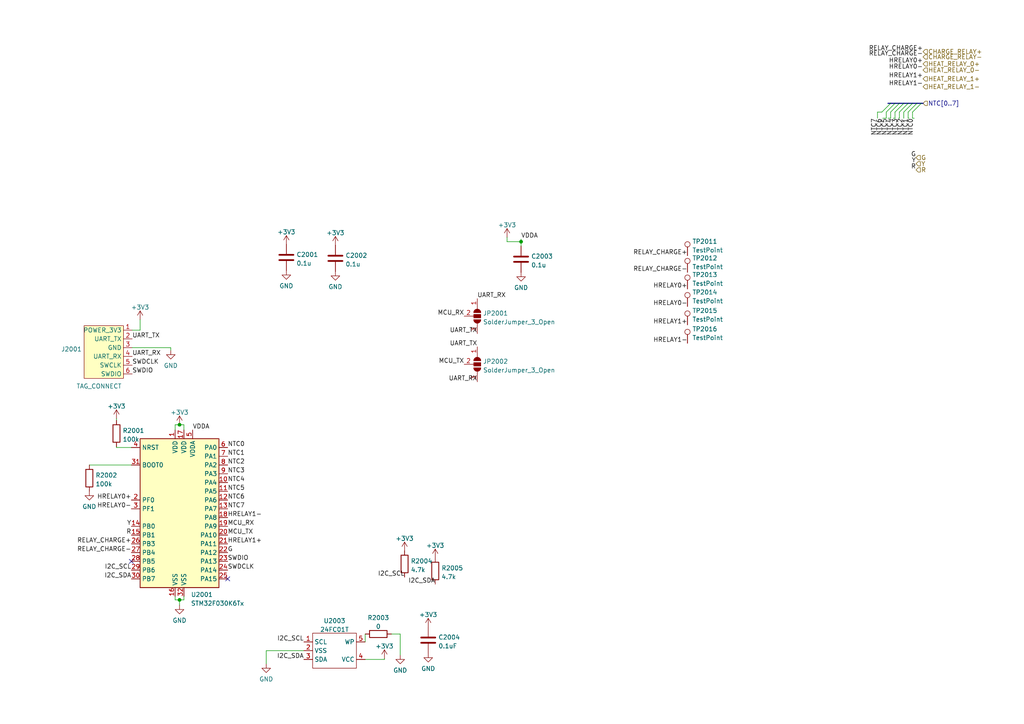
<source format=kicad_sch>
(kicad_sch (version 20211123) (generator eeschema)

  (uuid 37e0e348-40a6-4809-8f63-b68a4fa628af)

  (paper "A4")

  (lib_symbols
    (symbol "ACTempDisconnect:24FC01T" (in_bom yes) (on_board yes)
      (property "Reference" "U" (id 0) (at 0 7.62 0)
        (effects (font (size 1.27 1.27)))
      )
      (property "Value" "24FC01T" (id 1) (at 0 -5.08 0)
        (effects (font (size 1.27 1.27)))
      )
      (property "Footprint" "" (id 2) (at 0 7.62 0)
        (effects (font (size 1.27 1.27)) hide)
      )
      (property "Datasheet" "" (id 3) (at 0 7.62 0)
        (effects (font (size 1.27 1.27)) hide)
      )
      (symbol "24FC01T_0_1"
        (rectangle (start -6.35 6.35) (end 6.35 -3.81)
          (stroke (width 0) (type default) (color 0 0 0 0))
          (fill (type none))
        )
      )
      (symbol "24FC01T_1_1"
        (pin input line (at -8.89 3.81 0) (length 2.54)
          (name "SCL" (effects (font (size 1.27 1.27))))
          (number "1" (effects (font (size 1.27 1.27))))
        )
        (pin input line (at -8.89 1.27 0) (length 2.54)
          (name "VSS" (effects (font (size 1.27 1.27))))
          (number "2" (effects (font (size 1.27 1.27))))
        )
        (pin input line (at -8.89 -1.27 0) (length 2.54)
          (name "SDA" (effects (font (size 1.27 1.27))))
          (number "3" (effects (font (size 1.27 1.27))))
        )
        (pin input line (at 8.89 -1.27 180) (length 2.54)
          (name "VCC" (effects (font (size 1.27 1.27))))
          (number "4" (effects (font (size 1.27 1.27))))
        )
        (pin input line (at 8.89 3.81 180) (length 2.54)
          (name "WP" (effects (font (size 1.27 1.27))))
          (number "5" (effects (font (size 1.27 1.27))))
        )
      )
    )
    (symbol "ACTempDisconnect:TAG_CONNECT" (in_bom no) (on_board yes)
      (property "Reference" "J" (id 0) (at -7.62 10.16 0)
        (effects (font (size 1.27 1.27)))
      )
      (property "Value" "TAG_CONNECT" (id 1) (at 2.54 10.16 0)
        (effects (font (size 1.27 1.27)))
      )
      (property "Footprint" "" (id 2) (at 0 0 0)
        (effects (font (size 1.27 1.27)) hide)
      )
      (property "Datasheet" "" (id 3) (at 0 0 0)
        (effects (font (size 1.27 1.27)) hide)
      )
      (symbol "TAG_CONNECT_0_1"
        (rectangle (start 0 7.62) (end -11.43 -7.62)
          (stroke (width 0) (type default) (color 0 0 0 0))
          (fill (type background))
        )
      )
      (symbol "TAG_CONNECT_1_1"
        (pin power_out line (at 2.54 -6.35 180) (length 2.54)
          (name "POWER_3V3" (effects (font (size 1.27 1.27))))
          (number "1" (effects (font (size 1.27 1.27))))
        )
        (pin output line (at 2.54 -3.81 180) (length 2.54)
          (name "UART_TX" (effects (font (size 1.27 1.27))))
          (number "2" (effects (font (size 1.27 1.27))))
        )
        (pin power_out line (at 2.54 -1.27 180) (length 2.54)
          (name "GND" (effects (font (size 1.27 1.27))))
          (number "3" (effects (font (size 1.27 1.27))))
        )
        (pin output line (at 2.54 1.27 180) (length 2.54)
          (name "UART_RX" (effects (font (size 1.27 1.27))))
          (number "4" (effects (font (size 1.27 1.27))))
        )
        (pin output line (at 2.54 3.81 180) (length 2.54)
          (name "SWCLK" (effects (font (size 1.27 1.27))))
          (number "5" (effects (font (size 1.27 1.27))))
        )
        (pin output line (at 2.54 6.35 180) (length 2.54)
          (name "SWDIO" (effects (font (size 1.27 1.27))))
          (number "6" (effects (font (size 1.27 1.27))))
        )
      )
    )
    (symbol "Connector:TestPoint" (pin_numbers hide) (pin_names (offset 0.762) hide) (in_bom yes) (on_board yes)
      (property "Reference" "TP" (id 0) (at 0 6.858 0)
        (effects (font (size 1.27 1.27)))
      )
      (property "Value" "TestPoint" (id 1) (at 0 5.08 0)
        (effects (font (size 1.27 1.27)))
      )
      (property "Footprint" "" (id 2) (at 5.08 0 0)
        (effects (font (size 1.27 1.27)) hide)
      )
      (property "Datasheet" "~" (id 3) (at 5.08 0 0)
        (effects (font (size 1.27 1.27)) hide)
      )
      (property "ki_keywords" "test point tp" (id 4) (at 0 0 0)
        (effects (font (size 1.27 1.27)) hide)
      )
      (property "ki_description" "test point" (id 5) (at 0 0 0)
        (effects (font (size 1.27 1.27)) hide)
      )
      (property "ki_fp_filters" "Pin* Test*" (id 6) (at 0 0 0)
        (effects (font (size 1.27 1.27)) hide)
      )
      (symbol "TestPoint_0_1"
        (circle (center 0 3.302) (radius 0.762)
          (stroke (width 0) (type default) (color 0 0 0 0))
          (fill (type none))
        )
      )
      (symbol "TestPoint_1_1"
        (pin passive line (at 0 0 90) (length 2.54)
          (name "1" (effects (font (size 1.27 1.27))))
          (number "1" (effects (font (size 1.27 1.27))))
        )
      )
    )
    (symbol "Device:C" (pin_numbers hide) (pin_names (offset 0.254)) (in_bom yes) (on_board yes)
      (property "Reference" "C" (id 0) (at 0.635 2.54 0)
        (effects (font (size 1.27 1.27)) (justify left))
      )
      (property "Value" "C" (id 1) (at 0.635 -2.54 0)
        (effects (font (size 1.27 1.27)) (justify left))
      )
      (property "Footprint" "" (id 2) (at 0.9652 -3.81 0)
        (effects (font (size 1.27 1.27)) hide)
      )
      (property "Datasheet" "~" (id 3) (at 0 0 0)
        (effects (font (size 1.27 1.27)) hide)
      )
      (property "ki_keywords" "cap capacitor" (id 4) (at 0 0 0)
        (effects (font (size 1.27 1.27)) hide)
      )
      (property "ki_description" "Unpolarized capacitor" (id 5) (at 0 0 0)
        (effects (font (size 1.27 1.27)) hide)
      )
      (property "ki_fp_filters" "C_*" (id 6) (at 0 0 0)
        (effects (font (size 1.27 1.27)) hide)
      )
      (symbol "C_0_1"
        (polyline
          (pts
            (xy -2.032 -0.762)
            (xy 2.032 -0.762)
          )
          (stroke (width 0.508) (type default) (color 0 0 0 0))
          (fill (type none))
        )
        (polyline
          (pts
            (xy -2.032 0.762)
            (xy 2.032 0.762)
          )
          (stroke (width 0.508) (type default) (color 0 0 0 0))
          (fill (type none))
        )
      )
      (symbol "C_1_1"
        (pin passive line (at 0 3.81 270) (length 2.794)
          (name "~" (effects (font (size 1.27 1.27))))
          (number "1" (effects (font (size 1.27 1.27))))
        )
        (pin passive line (at 0 -3.81 90) (length 2.794)
          (name "~" (effects (font (size 1.27 1.27))))
          (number "2" (effects (font (size 1.27 1.27))))
        )
      )
    )
    (symbol "Device:R" (pin_numbers hide) (pin_names (offset 0)) (in_bom yes) (on_board yes)
      (property "Reference" "R" (id 0) (at 2.032 0 90)
        (effects (font (size 1.27 1.27)))
      )
      (property "Value" "R" (id 1) (at 0 0 90)
        (effects (font (size 1.27 1.27)))
      )
      (property "Footprint" "" (id 2) (at -1.778 0 90)
        (effects (font (size 1.27 1.27)) hide)
      )
      (property "Datasheet" "~" (id 3) (at 0 0 0)
        (effects (font (size 1.27 1.27)) hide)
      )
      (property "ki_keywords" "R res resistor" (id 4) (at 0 0 0)
        (effects (font (size 1.27 1.27)) hide)
      )
      (property "ki_description" "Resistor" (id 5) (at 0 0 0)
        (effects (font (size 1.27 1.27)) hide)
      )
      (property "ki_fp_filters" "R_*" (id 6) (at 0 0 0)
        (effects (font (size 1.27 1.27)) hide)
      )
      (symbol "R_0_1"
        (rectangle (start -1.016 -2.54) (end 1.016 2.54)
          (stroke (width 0.254) (type default) (color 0 0 0 0))
          (fill (type none))
        )
      )
      (symbol "R_1_1"
        (pin passive line (at 0 3.81 270) (length 1.27)
          (name "~" (effects (font (size 1.27 1.27))))
          (number "1" (effects (font (size 1.27 1.27))))
        )
        (pin passive line (at 0 -3.81 90) (length 1.27)
          (name "~" (effects (font (size 1.27 1.27))))
          (number "2" (effects (font (size 1.27 1.27))))
        )
      )
    )
    (symbol "Jumper:SolderJumper_3_Open" (pin_names (offset 0) hide) (in_bom yes) (on_board yes)
      (property "Reference" "JP" (id 0) (at -2.54 -2.54 0)
        (effects (font (size 1.27 1.27)))
      )
      (property "Value" "SolderJumper_3_Open" (id 1) (at 0 2.794 0)
        (effects (font (size 1.27 1.27)))
      )
      (property "Footprint" "" (id 2) (at 0 0 0)
        (effects (font (size 1.27 1.27)) hide)
      )
      (property "Datasheet" "~" (id 3) (at 0 0 0)
        (effects (font (size 1.27 1.27)) hide)
      )
      (property "ki_keywords" "Solder Jumper SPDT" (id 4) (at 0 0 0)
        (effects (font (size 1.27 1.27)) hide)
      )
      (property "ki_description" "Solder Jumper, 3-pole, open" (id 5) (at 0 0 0)
        (effects (font (size 1.27 1.27)) hide)
      )
      (property "ki_fp_filters" "SolderJumper*Open*" (id 6) (at 0 0 0)
        (effects (font (size 1.27 1.27)) hide)
      )
      (symbol "SolderJumper_3_Open_0_1"
        (arc (start -1.016 1.016) (mid -2.032 0) (end -1.016 -1.016)
          (stroke (width 0) (type default) (color 0 0 0 0))
          (fill (type none))
        )
        (arc (start -1.016 1.016) (mid -2.032 0) (end -1.016 -1.016)
          (stroke (width 0) (type default) (color 0 0 0 0))
          (fill (type outline))
        )
        (rectangle (start -0.508 1.016) (end 0.508 -1.016)
          (stroke (width 0) (type default) (color 0 0 0 0))
          (fill (type outline))
        )
        (polyline
          (pts
            (xy -2.54 0)
            (xy -2.032 0)
          )
          (stroke (width 0) (type default) (color 0 0 0 0))
          (fill (type none))
        )
        (polyline
          (pts
            (xy -1.016 1.016)
            (xy -1.016 -1.016)
          )
          (stroke (width 0) (type default) (color 0 0 0 0))
          (fill (type none))
        )
        (polyline
          (pts
            (xy 0 -1.27)
            (xy 0 -1.016)
          )
          (stroke (width 0) (type default) (color 0 0 0 0))
          (fill (type none))
        )
        (polyline
          (pts
            (xy 1.016 1.016)
            (xy 1.016 -1.016)
          )
          (stroke (width 0) (type default) (color 0 0 0 0))
          (fill (type none))
        )
        (polyline
          (pts
            (xy 2.54 0)
            (xy 2.032 0)
          )
          (stroke (width 0) (type default) (color 0 0 0 0))
          (fill (type none))
        )
        (arc (start 1.016 -1.016) (mid 2.032 0) (end 1.016 1.016)
          (stroke (width 0) (type default) (color 0 0 0 0))
          (fill (type none))
        )
        (arc (start 1.016 -1.016) (mid 2.032 0) (end 1.016 1.016)
          (stroke (width 0) (type default) (color 0 0 0 0))
          (fill (type outline))
        )
      )
      (symbol "SolderJumper_3_Open_1_1"
        (pin passive line (at -5.08 0 0) (length 2.54)
          (name "A" (effects (font (size 1.27 1.27))))
          (number "1" (effects (font (size 1.27 1.27))))
        )
        (pin passive line (at 0 -3.81 90) (length 2.54)
          (name "C" (effects (font (size 1.27 1.27))))
          (number "2" (effects (font (size 1.27 1.27))))
        )
        (pin passive line (at 5.08 0 180) (length 2.54)
          (name "B" (effects (font (size 1.27 1.27))))
          (number "3" (effects (font (size 1.27 1.27))))
        )
      )
    )
    (symbol "MCU_ST_STM32F0:STM32F030K6Tx" (in_bom yes) (on_board yes)
      (property "Reference" "U" (id 0) (at -12.7 21.59 0)
        (effects (font (size 1.27 1.27)) (justify left))
      )
      (property "Value" "STM32F030K6Tx" (id 1) (at 5.08 21.59 0)
        (effects (font (size 1.27 1.27)) (justify left))
      )
      (property "Footprint" "Package_QFP:LQFP-32_7x7mm_P0.8mm" (id 2) (at -12.7 -22.86 0)
        (effects (font (size 1.27 1.27)) (justify right) hide)
      )
      (property "Datasheet" "http://www.st.com/st-web-ui/static/active/en/resource/technical/document/datasheet/DM00088500.pdf" (id 3) (at 0 0 0)
        (effects (font (size 1.27 1.27)) hide)
      )
      (property "ki_keywords" "ARM Cortex-M0 STM32F0 STM32F0x0 Value Line" (id 4) (at 0 0 0)
        (effects (font (size 1.27 1.27)) hide)
      )
      (property "ki_description" "ARM Cortex-M0 MCU, 32KB flash, 4KB RAM, 48MHz, 2.4-3.6V, 25 GPIO, LQFP-32" (id 5) (at 0 0 0)
        (effects (font (size 1.27 1.27)) hide)
      )
      (property "ki_fp_filters" "LQFP*7x7mm*P0.8mm*" (id 6) (at 0 0 0)
        (effects (font (size 1.27 1.27)) hide)
      )
      (symbol "STM32F030K6Tx_0_1"
        (rectangle (start -12.7 -22.86) (end 10.16 20.32)
          (stroke (width 0.254) (type default) (color 0 0 0 0))
          (fill (type background))
        )
      )
      (symbol "STM32F030K6Tx_1_1"
        (pin power_in line (at -2.54 22.86 270) (length 2.54)
          (name "VDD" (effects (font (size 1.27 1.27))))
          (number "1" (effects (font (size 1.27 1.27))))
        )
        (pin bidirectional line (at 12.7 7.62 180) (length 2.54)
          (name "PA4" (effects (font (size 1.27 1.27))))
          (number "10" (effects (font (size 1.27 1.27))))
        )
        (pin bidirectional line (at 12.7 5.08 180) (length 2.54)
          (name "PA5" (effects (font (size 1.27 1.27))))
          (number "11" (effects (font (size 1.27 1.27))))
        )
        (pin bidirectional line (at 12.7 2.54 180) (length 2.54)
          (name "PA6" (effects (font (size 1.27 1.27))))
          (number "12" (effects (font (size 1.27 1.27))))
        )
        (pin bidirectional line (at 12.7 0 180) (length 2.54)
          (name "PA7" (effects (font (size 1.27 1.27))))
          (number "13" (effects (font (size 1.27 1.27))))
        )
        (pin bidirectional line (at -15.24 -5.08 0) (length 2.54)
          (name "PB0" (effects (font (size 1.27 1.27))))
          (number "14" (effects (font (size 1.27 1.27))))
        )
        (pin bidirectional line (at -15.24 -7.62 0) (length 2.54)
          (name "PB1" (effects (font (size 1.27 1.27))))
          (number "15" (effects (font (size 1.27 1.27))))
        )
        (pin power_in line (at -2.54 -25.4 90) (length 2.54)
          (name "VSS" (effects (font (size 1.27 1.27))))
          (number "16" (effects (font (size 1.27 1.27))))
        )
        (pin power_in line (at 0 22.86 270) (length 2.54)
          (name "VDD" (effects (font (size 1.27 1.27))))
          (number "17" (effects (font (size 1.27 1.27))))
        )
        (pin bidirectional line (at 12.7 -2.54 180) (length 2.54)
          (name "PA8" (effects (font (size 1.27 1.27))))
          (number "18" (effects (font (size 1.27 1.27))))
        )
        (pin bidirectional line (at 12.7 -5.08 180) (length 2.54)
          (name "PA9" (effects (font (size 1.27 1.27))))
          (number "19" (effects (font (size 1.27 1.27))))
        )
        (pin input line (at -15.24 2.54 0) (length 2.54)
          (name "PF0" (effects (font (size 1.27 1.27))))
          (number "2" (effects (font (size 1.27 1.27))))
        )
        (pin bidirectional line (at 12.7 -7.62 180) (length 2.54)
          (name "PA10" (effects (font (size 1.27 1.27))))
          (number "20" (effects (font (size 1.27 1.27))))
        )
        (pin bidirectional line (at 12.7 -10.16 180) (length 2.54)
          (name "PA11" (effects (font (size 1.27 1.27))))
          (number "21" (effects (font (size 1.27 1.27))))
        )
        (pin bidirectional line (at 12.7 -12.7 180) (length 2.54)
          (name "PA12" (effects (font (size 1.27 1.27))))
          (number "22" (effects (font (size 1.27 1.27))))
        )
        (pin bidirectional line (at 12.7 -15.24 180) (length 2.54)
          (name "PA13" (effects (font (size 1.27 1.27))))
          (number "23" (effects (font (size 1.27 1.27))))
        )
        (pin bidirectional line (at 12.7 -17.78 180) (length 2.54)
          (name "PA14" (effects (font (size 1.27 1.27))))
          (number "24" (effects (font (size 1.27 1.27))))
        )
        (pin bidirectional line (at 12.7 -20.32 180) (length 2.54)
          (name "PA15" (effects (font (size 1.27 1.27))))
          (number "25" (effects (font (size 1.27 1.27))))
        )
        (pin bidirectional line (at -15.24 -10.16 0) (length 2.54)
          (name "PB3" (effects (font (size 1.27 1.27))))
          (number "26" (effects (font (size 1.27 1.27))))
        )
        (pin bidirectional line (at -15.24 -12.7 0) (length 2.54)
          (name "PB4" (effects (font (size 1.27 1.27))))
          (number "27" (effects (font (size 1.27 1.27))))
        )
        (pin bidirectional line (at -15.24 -15.24 0) (length 2.54)
          (name "PB5" (effects (font (size 1.27 1.27))))
          (number "28" (effects (font (size 1.27 1.27))))
        )
        (pin bidirectional line (at -15.24 -17.78 0) (length 2.54)
          (name "PB6" (effects (font (size 1.27 1.27))))
          (number "29" (effects (font (size 1.27 1.27))))
        )
        (pin input line (at -15.24 0 0) (length 2.54)
          (name "PF1" (effects (font (size 1.27 1.27))))
          (number "3" (effects (font (size 1.27 1.27))))
        )
        (pin bidirectional line (at -15.24 -20.32 0) (length 2.54)
          (name "PB7" (effects (font (size 1.27 1.27))))
          (number "30" (effects (font (size 1.27 1.27))))
        )
        (pin input line (at -15.24 12.7 0) (length 2.54)
          (name "BOOT0" (effects (font (size 1.27 1.27))))
          (number "31" (effects (font (size 1.27 1.27))))
        )
        (pin power_in line (at 0 -25.4 90) (length 2.54)
          (name "VSS" (effects (font (size 1.27 1.27))))
          (number "32" (effects (font (size 1.27 1.27))))
        )
        (pin input line (at -15.24 17.78 0) (length 2.54)
          (name "NRST" (effects (font (size 1.27 1.27))))
          (number "4" (effects (font (size 1.27 1.27))))
        )
        (pin power_in line (at 2.54 22.86 270) (length 2.54)
          (name "VDDA" (effects (font (size 1.27 1.27))))
          (number "5" (effects (font (size 1.27 1.27))))
        )
        (pin bidirectional line (at 12.7 17.78 180) (length 2.54)
          (name "PA0" (effects (font (size 1.27 1.27))))
          (number "6" (effects (font (size 1.27 1.27))))
        )
        (pin bidirectional line (at 12.7 15.24 180) (length 2.54)
          (name "PA1" (effects (font (size 1.27 1.27))))
          (number "7" (effects (font (size 1.27 1.27))))
        )
        (pin bidirectional line (at 12.7 12.7 180) (length 2.54)
          (name "PA2" (effects (font (size 1.27 1.27))))
          (number "8" (effects (font (size 1.27 1.27))))
        )
        (pin bidirectional line (at 12.7 10.16 180) (length 2.54)
          (name "PA3" (effects (font (size 1.27 1.27))))
          (number "9" (effects (font (size 1.27 1.27))))
        )
      )
    )
    (symbol "power:+3V3" (power) (pin_names (offset 0)) (in_bom yes) (on_board yes)
      (property "Reference" "#PWR" (id 0) (at 0 -3.81 0)
        (effects (font (size 1.27 1.27)) hide)
      )
      (property "Value" "+3V3" (id 1) (at 0 3.556 0)
        (effects (font (size 1.27 1.27)))
      )
      (property "Footprint" "" (id 2) (at 0 0 0)
        (effects (font (size 1.27 1.27)) hide)
      )
      (property "Datasheet" "" (id 3) (at 0 0 0)
        (effects (font (size 1.27 1.27)) hide)
      )
      (property "ki_keywords" "power-flag" (id 4) (at 0 0 0)
        (effects (font (size 1.27 1.27)) hide)
      )
      (property "ki_description" "Power symbol creates a global label with name \"+3V3\"" (id 5) (at 0 0 0)
        (effects (font (size 1.27 1.27)) hide)
      )
      (symbol "+3V3_0_1"
        (polyline
          (pts
            (xy -0.762 1.27)
            (xy 0 2.54)
          )
          (stroke (width 0) (type default) (color 0 0 0 0))
          (fill (type none))
        )
        (polyline
          (pts
            (xy 0 0)
            (xy 0 2.54)
          )
          (stroke (width 0) (type default) (color 0 0 0 0))
          (fill (type none))
        )
        (polyline
          (pts
            (xy 0 2.54)
            (xy 0.762 1.27)
          )
          (stroke (width 0) (type default) (color 0 0 0 0))
          (fill (type none))
        )
      )
      (symbol "+3V3_1_1"
        (pin power_in line (at 0 0 90) (length 0) hide
          (name "+3V3" (effects (font (size 1.27 1.27))))
          (number "1" (effects (font (size 1.27 1.27))))
        )
      )
    )
    (symbol "power:GND" (power) (pin_names (offset 0)) (in_bom yes) (on_board yes)
      (property "Reference" "#PWR" (id 0) (at 0 -6.35 0)
        (effects (font (size 1.27 1.27)) hide)
      )
      (property "Value" "GND" (id 1) (at 0 -3.81 0)
        (effects (font (size 1.27 1.27)))
      )
      (property "Footprint" "" (id 2) (at 0 0 0)
        (effects (font (size 1.27 1.27)) hide)
      )
      (property "Datasheet" "" (id 3) (at 0 0 0)
        (effects (font (size 1.27 1.27)) hide)
      )
      (property "ki_keywords" "power-flag" (id 4) (at 0 0 0)
        (effects (font (size 1.27 1.27)) hide)
      )
      (property "ki_description" "Power symbol creates a global label with name \"GND\" , ground" (id 5) (at 0 0 0)
        (effects (font (size 1.27 1.27)) hide)
      )
      (symbol "GND_0_1"
        (polyline
          (pts
            (xy 0 0)
            (xy 0 -1.27)
            (xy 1.27 -1.27)
            (xy 0 -2.54)
            (xy -1.27 -1.27)
            (xy 0 -1.27)
          )
          (stroke (width 0) (type default) (color 0 0 0 0))
          (fill (type none))
        )
      )
      (symbol "GND_1_1"
        (pin power_in line (at 0 0 270) (length 0) hide
          (name "GND" (effects (font (size 1.27 1.27))))
          (number "1" (effects (font (size 1.27 1.27))))
        )
      )
    )
  )

  (junction (at 151.13 70.104) (diameter 0) (color 0 0 0 0)
    (uuid 147535fc-532d-4c79-8f6d-319f9721a57b)
  )
  (junction (at 52.07 173.99) (diameter 0) (color 0 0 0 0)
    (uuid 8feffe57-857c-4c30-8a9c-7d24f786708f)
  )
  (junction (at 52.07 123.19) (diameter 0) (color 0 0 0 0)
    (uuid b06e28c9-2b28-45ec-89ba-e4723be0e6b0)
  )

  (no_connect (at 66.04 167.894) (uuid 5783549f-ced9-41a1-b41c-a8a47c60f25a))
  (no_connect (at 38.1 162.814) (uuid 5783549f-ced9-41a1-b41c-a8a47c60f25b))

  (bus_entry (at 260.858 29.972) (size -2.54 2.54)
    (stroke (width 0) (type default) (color 0 0 0 0))
    (uuid 438f8c5d-ca34-4594-abc4-8f81dfe3d4c8)
  )
  (bus_entry (at 259.588 29.972) (size -2.54 2.54)
    (stroke (width 0) (type default) (color 0 0 0 0))
    (uuid 438f8c5d-ca34-4594-abc4-8f81dfe3d4c9)
  )
  (bus_entry (at 258.318 29.972) (size -2.54 2.54)
    (stroke (width 0) (type default) (color 0 0 0 0))
    (uuid 438f8c5d-ca34-4594-abc4-8f81dfe3d4ca)
  )
  (bus_entry (at 264.668 29.972) (size -2.54 2.54)
    (stroke (width 0) (type default) (color 0 0 0 0))
    (uuid 438f8c5d-ca34-4594-abc4-8f81dfe3d4cb)
  )
  (bus_entry (at 265.938 29.972) (size -2.54 2.54)
    (stroke (width 0) (type default) (color 0 0 0 0))
    (uuid 438f8c5d-ca34-4594-abc4-8f81dfe3d4cc)
  )
  (bus_entry (at 262.128 29.972) (size -2.54 2.54)
    (stroke (width 0) (type default) (color 0 0 0 0))
    (uuid 438f8c5d-ca34-4594-abc4-8f81dfe3d4cd)
  )
  (bus_entry (at 263.398 29.972) (size -2.54 2.54)
    (stroke (width 0) (type default) (color 0 0 0 0))
    (uuid 438f8c5d-ca34-4594-abc4-8f81dfe3d4ce)
  )
  (bus_entry (at 267.208 29.972) (size -2.54 2.54)
    (stroke (width 0) (type default) (color 0 0 0 0))
    (uuid cbfcde6e-1079-4b38-ab5d-e9df10be278a)
  )

  (wire (pts (xy 151.13 70.104) (xy 151.13 71.374))
    (stroke (width 0) (type default) (color 0 0 0 0))
    (uuid 0856676a-c422-4b5f-960c-205ff5cc87f3)
  )
  (wire (pts (xy 88.138 188.722) (xy 77.216 188.722))
    (stroke (width 0) (type default) (color 0 0 0 0))
    (uuid 0b826326-a534-429f-ba26-5e4fb9a0e343)
  )
  (bus (pts (xy 267.208 29.972) (xy 267.716 29.972))
    (stroke (width 0) (type default) (color 0 0 0 0))
    (uuid 0da78edf-f5ed-478d-904a-ca69849dfb8c)
  )

  (wire (pts (xy 50.8 173.99) (xy 52.07 173.99))
    (stroke (width 0) (type default) (color 0 0 0 0))
    (uuid 11fbb3f4-49ba-4297-b6cf-c6a2e214652b)
  )
  (bus (pts (xy 263.398 29.972) (xy 264.668 29.972))
    (stroke (width 0) (type default) (color 0 0 0 0))
    (uuid 19af8614-6607-4585-a428-f685855b0ddf)
  )

  (wire (pts (xy 255.778 32.512) (xy 254.508 32.512))
    (stroke (width 0) (type default) (color 0 0 0 0))
    (uuid 1cfc1c60-0362-44a7-b20c-b21a84594418)
  )
  (wire (pts (xy 49.53 100.838) (xy 49.53 101.6))
    (stroke (width 0) (type default) (color 0 0 0 0))
    (uuid 202cac16-b2b6-4ad4-b64b-2997bea755bf)
  )
  (bus (pts (xy 260.858 29.972) (xy 262.128 29.972))
    (stroke (width 0) (type default) (color 0 0 0 0))
    (uuid 24eef003-f2f5-48ca-8792-2b2dae58eb76)
  )

  (wire (pts (xy 259.588 34.29) (xy 259.08 34.29))
    (stroke (width 0) (type default) (color 0 0 0 0))
    (uuid 25d442da-e720-4d63-a26e-c101bf9c840c)
  )
  (wire (pts (xy 113.538 183.896) (xy 116.078 183.896))
    (stroke (width 0) (type default) (color 0 0 0 0))
    (uuid 26244a29-ae27-4049-8924-871276b1ea43)
  )
  (wire (pts (xy 33.782 129.794) (xy 38.1 129.794))
    (stroke (width 0) (type default) (color 0 0 0 0))
    (uuid 2641dc12-851e-472d-895c-0067dd0d2248)
  )
  (wire (pts (xy 264.668 32.512) (xy 264.668 34.29))
    (stroke (width 0) (type default) (color 0 0 0 0))
    (uuid 26fcbad0-5a75-46ca-b14a-f520da0f69bb)
  )
  (bus (pts (xy 257.556 29.972) (xy 258.318 29.972))
    (stroke (width 0) (type default) (color 0 0 0 0))
    (uuid 2729aa25-18b5-42d5-8008-0530b046cef0)
  )

  (wire (pts (xy 260.858 34.29) (xy 260.604 34.29))
    (stroke (width 0) (type default) (color 0 0 0 0))
    (uuid 299f21b7-a26c-40a5-bdfe-f6f4c200b9a9)
  )
  (wire (pts (xy 40.64 95.758) (xy 40.64 92.71))
    (stroke (width 0) (type default) (color 0 0 0 0))
    (uuid 36b55498-1e23-4392-803a-a40ae7aa2f9c)
  )
  (wire (pts (xy 52.07 173.99) (xy 52.07 175.514))
    (stroke (width 0) (type default) (color 0 0 0 0))
    (uuid 37b75ac8-892e-49bb-9cee-f0c558df0304)
  )
  (wire (pts (xy 25.908 134.874) (xy 38.1 134.874))
    (stroke (width 0) (type default) (color 0 0 0 0))
    (uuid 38513175-5fc7-47fc-be37-4797d87ec997)
  )
  (wire (pts (xy 258.318 32.512) (xy 258.318 34.29))
    (stroke (width 0) (type default) (color 0 0 0 0))
    (uuid 399c5452-04e5-4fb1-8dee-1073630b7da7)
  )
  (wire (pts (xy 33.782 121.92) (xy 33.782 121.412))
    (stroke (width 0) (type default) (color 0 0 0 0))
    (uuid 3cdd1c3c-f225-4672-9847-6f23467d7c94)
  )
  (wire (pts (xy 260.858 32.512) (xy 260.858 34.29))
    (stroke (width 0) (type default) (color 0 0 0 0))
    (uuid 3e52006d-0eb9-4b30-b726-171061d2fc8e)
  )
  (wire (pts (xy 52.07 123.19) (xy 53.34 123.19))
    (stroke (width 0) (type default) (color 0 0 0 0))
    (uuid 4ed7cb69-5183-4532-836e-f066112c627f)
  )
  (wire (pts (xy 105.918 183.896) (xy 105.918 186.182))
    (stroke (width 0) (type default) (color 0 0 0 0))
    (uuid 55aa221b-5dba-478c-99f4-7901c8937e9f)
  )
  (wire (pts (xy 263.652 34.29) (xy 263.398 34.29))
    (stroke (width 0) (type default) (color 0 0 0 0))
    (uuid 5a9ee159-a26e-4fae-a379-a793e461a1e0)
  )
  (wire (pts (xy 116.078 183.896) (xy 116.078 189.992))
    (stroke (width 0) (type default) (color 0 0 0 0))
    (uuid 5eeb399c-b3c1-469e-abaf-27a5f30d9b37)
  )
  (wire (pts (xy 38.354 100.838) (xy 49.53 100.838))
    (stroke (width 0) (type default) (color 0 0 0 0))
    (uuid 6c829748-e8d5-41f2-aa59-9d9360fd69b2)
  )
  (wire (pts (xy 50.8 172.974) (xy 50.8 173.99))
    (stroke (width 0) (type default) (color 0 0 0 0))
    (uuid 6dff9041-2a92-45f3-9ac7-f8072be66935)
  )
  (wire (pts (xy 254.508 32.512) (xy 254.508 34.29))
    (stroke (width 0) (type default) (color 0 0 0 0))
    (uuid 6e3dbfb0-adbb-4469-ab4a-1e47b0c3ec90)
  )
  (wire (pts (xy 53.34 173.99) (xy 53.34 172.974))
    (stroke (width 0) (type default) (color 0 0 0 0))
    (uuid 72a431f8-d275-45c6-816f-ede2cb73595e)
  )
  (wire (pts (xy 151.13 69.342) (xy 151.13 70.104))
    (stroke (width 0) (type default) (color 0 0 0 0))
    (uuid 78f10ffe-47b5-4403-bc01-01fcc91e6e1c)
  )
  (wire (pts (xy 50.8 124.714) (xy 50.8 123.19))
    (stroke (width 0) (type default) (color 0 0 0 0))
    (uuid 792a4579-e014-4032-b0df-07e384f3f4c8)
  )
  (wire (pts (xy 258.318 34.29) (xy 257.556 34.29))
    (stroke (width 0) (type default) (color 0 0 0 0))
    (uuid 79c55bc8-e61e-40b3-a30a-0c3e0d864db5)
  )
  (wire (pts (xy 33.782 129.54) (xy 33.782 129.794))
    (stroke (width 0) (type default) (color 0 0 0 0))
    (uuid 7ceafe15-02bb-4e54-8c66-0d110cfa957d)
  )
  (wire (pts (xy 256.032 34.29) (xy 257.048 34.29))
    (stroke (width 0) (type default) (color 0 0 0 0))
    (uuid 7edda792-a71b-4b45-a549-3ab4bccad1f2)
  )
  (bus (pts (xy 259.588 29.972) (xy 260.858 29.972))
    (stroke (width 0) (type default) (color 0 0 0 0))
    (uuid 7ef8a583-eb09-41c6-8cbd-f0a28bd3eaa0)
  )

  (wire (pts (xy 105.918 191.262) (xy 111.506 191.262))
    (stroke (width 0) (type default) (color 0 0 0 0))
    (uuid 829bea51-9e73-4638-b980-7144cd153059)
  )
  (wire (pts (xy 38.354 95.758) (xy 40.64 95.758))
    (stroke (width 0) (type default) (color 0 0 0 0))
    (uuid 8dcc7a0d-518b-4f22-92a2-a4a36529a3f0)
  )
  (bus (pts (xy 262.128 29.972) (xy 263.398 29.972))
    (stroke (width 0) (type default) (color 0 0 0 0))
    (uuid 8ee30cc9-7655-45da-bfee-47fbcd4b5ee3)
  )

  (wire (pts (xy 257.048 32.512) (xy 257.048 34.29))
    (stroke (width 0) (type default) (color 0 0 0 0))
    (uuid 933dbefa-6b36-4483-8fbf-cce784fa0982)
  )
  (wire (pts (xy 263.398 32.512) (xy 263.398 34.29))
    (stroke (width 0) (type default) (color 0 0 0 0))
    (uuid 9f7e3f37-0d22-459c-a98d-f9fb5e1aa6b3)
  )
  (wire (pts (xy 52.07 173.99) (xy 53.34 173.99))
    (stroke (width 0) (type default) (color 0 0 0 0))
    (uuid a32964f7-381e-455d-a4ca-f4792b891955)
  )
  (bus (pts (xy 264.668 29.972) (xy 265.938 29.972))
    (stroke (width 0) (type default) (color 0 0 0 0))
    (uuid a84bc2dd-684a-449b-aac9-b6ebd80b3cf0)
  )

  (wire (pts (xy 259.588 32.512) (xy 259.588 34.29))
    (stroke (width 0) (type default) (color 0 0 0 0))
    (uuid b05cf287-eace-4f60-ab99-c64a2e81825b)
  )
  (wire (pts (xy 147.066 70.104) (xy 151.13 70.104))
    (stroke (width 0) (type default) (color 0 0 0 0))
    (uuid c2c37911-d4fc-4d3d-a451-f459b29e5394)
  )
  (bus (pts (xy 265.938 29.972) (xy 267.208 29.972))
    (stroke (width 0) (type default) (color 0 0 0 0))
    (uuid c5237456-7ba5-40cc-8e30-4180d29c6780)
  )

  (wire (pts (xy 264.668 34.29) (xy 265.176 34.29))
    (stroke (width 0) (type default) (color 0 0 0 0))
    (uuid cce623e5-ff39-4639-963b-66da5b0ae4bd)
  )
  (wire (pts (xy 77.216 188.722) (xy 77.216 192.532))
    (stroke (width 0) (type default) (color 0 0 0 0))
    (uuid ce7d7b64-13bd-4df8-8341-ed1459cd67c5)
  )
  (bus (pts (xy 258.318 29.972) (xy 259.588 29.972))
    (stroke (width 0) (type default) (color 0 0 0 0))
    (uuid d7898cfb-54db-4bba-887f-3389564828ff)
  )

  (wire (pts (xy 111.506 191.262) (xy 111.506 191.008))
    (stroke (width 0) (type default) (color 0 0 0 0))
    (uuid d8738af2-87da-403b-ba86-dcd79438dc62)
  )
  (wire (pts (xy 262.128 32.512) (xy 262.128 34.29))
    (stroke (width 0) (type default) (color 0 0 0 0))
    (uuid da95dded-888d-4ae5-85a7-cf23d1a49c8e)
  )
  (wire (pts (xy 50.8 123.19) (xy 52.07 123.19))
    (stroke (width 0) (type default) (color 0 0 0 0))
    (uuid f21915b8-9f7e-4591-9814-362a8e516eaf)
  )
  (wire (pts (xy 147.066 68.834) (xy 147.066 70.104))
    (stroke (width 0) (type default) (color 0 0 0 0))
    (uuid fcf31905-ef47-4386-a8d3-f3b3be1d617b)
  )
  (wire (pts (xy 53.34 123.19) (xy 53.34 124.714))
    (stroke (width 0) (type default) (color 0 0 0 0))
    (uuid fcff713b-b7ca-483a-bd14-f1d0cd9c464b)
  )

  (label "UART_RX" (at 38.354 103.378 0)
    (effects (font (size 1.27 1.27)) (justify left bottom))
    (uuid 0730251f-5559-4606-a26b-679bbc1e97ba)
  )
  (label "UART_TX" (at 138.43 96.774 180)
    (effects (font (size 1.27 1.27)) (justify right bottom))
    (uuid 0874576d-480f-4631-839b-df49a767efe9)
  )
  (label "Y" (at 265.684 47.498 180)
    (effects (font (size 1.27 1.27)) (justify right bottom))
    (uuid 0ce78da4-2105-4f72-ae00-ac14dce59ab7)
  )
  (label "RELAY_CHARGE+" (at 38.1 157.734 180)
    (effects (font (size 1.27 1.27)) (justify right bottom))
    (uuid 0fa369dc-06ca-40c2-bec2-0946cb0a2786)
  )
  (label "RELAY_CHARGE+" (at 199.39 74.168 180)
    (effects (font (size 1.27 1.27)) (justify right bottom))
    (uuid 10305947-0ed7-48e4-8ec7-b4c65db59b76)
  )
  (label "NTC6" (at 66.04 145.034 0)
    (effects (font (size 1.27 1.27)) (justify left bottom))
    (uuid 14ec9ddf-4176-47c6-bb74-ab42d02b2675)
  )
  (label "NTC7" (at 254.508 34.29 270)
    (effects (font (size 1.27 1.27)) (justify right bottom))
    (uuid 16534d8f-5e5d-4c6b-8110-bdef309a7cfa)
  )
  (label "MCU_TX" (at 134.62 105.664 180)
    (effects (font (size 1.27 1.27)) (justify right bottom))
    (uuid 1700f737-efbf-43ba-8072-5b057cacfc0e)
  )
  (label "NTC2" (at 262.128 34.29 270)
    (effects (font (size 1.27 1.27)) (justify right bottom))
    (uuid 1c0000de-53cf-4fc2-b20f-8185984a82cc)
  )
  (label "I2C_SCL" (at 38.1 165.354 180)
    (effects (font (size 1.27 1.27)) (justify right bottom))
    (uuid 1c3ee841-01b9-4bac-9f13-b0b8704480c8)
  )
  (label "R" (at 38.1 155.194 180)
    (effects (font (size 1.27 1.27)) (justify right bottom))
    (uuid 2059fe4a-5d09-4f93-a4df-5c1b3fecac62)
  )
  (label "R" (at 265.684 49.276 180)
    (effects (font (size 1.27 1.27)) (justify right bottom))
    (uuid 271aa239-5a72-4c32-ba28-3b8493f13e35)
  )
  (label "HRELAY1-" (at 66.04 150.114 0)
    (effects (font (size 1.27 1.27)) (justify left bottom))
    (uuid 299c01df-73b5-461f-b051-f4f996f52485)
  )
  (label "UART_RX" (at 138.43 110.744 180)
    (effects (font (size 1.27 1.27)) (justify right bottom))
    (uuid 29a06ea9-828c-4446-ae94-c469615ad9c5)
  )
  (label "SWDCLK" (at 38.354 105.918 0)
    (effects (font (size 1.27 1.27)) (justify left bottom))
    (uuid 2af350cd-c4aa-4fdc-a722-df44b554b4e5)
  )
  (label "HRELAY1-" (at 267.716 25.146 180)
    (effects (font (size 1.27 1.27)) (justify right bottom))
    (uuid 31b21cb5-b9db-4996-866a-8f7dd413df7b)
  )
  (label "RELAY_CHARGE-" (at 267.716 16.51 180)
    (effects (font (size 1.27 1.27)) (justify right bottom))
    (uuid 32b3e4a2-3f92-4f01-8f0a-f4afd7aac873)
  )
  (label "HRELAY0-" (at 267.716 20.32 180)
    (effects (font (size 1.27 1.27)) (justify right bottom))
    (uuid 33ad10bd-aa95-4d9a-9926-4d69ca68e014)
  )
  (label "NTC1" (at 66.04 132.334 0)
    (effects (font (size 1.27 1.27)) (justify left bottom))
    (uuid 36e948de-74d4-4cd5-b4e6-0a8c97f89e21)
  )
  (label "HRELAY0-" (at 199.39 88.9 180)
    (effects (font (size 1.27 1.27)) (justify right bottom))
    (uuid 3de0a696-9a1a-46e7-8fec-5da24d3bd97e)
  )
  (label "NTC1" (at 263.652 34.29 270)
    (effects (font (size 1.27 1.27)) (justify right bottom))
    (uuid 3edc31b1-63b7-448e-8673-dbba45eb761e)
  )
  (label "UART_TX" (at 38.354 98.298 0)
    (effects (font (size 1.27 1.27)) (justify left bottom))
    (uuid 4eac8ee6-8175-4857-92fb-9dc7c5fa1362)
  )
  (label "MCU_RX" (at 134.62 91.694 180)
    (effects (font (size 1.27 1.27)) (justify right bottom))
    (uuid 54bab90a-c47e-4c9a-8bee-5e28f875ddab)
  )
  (label "HRELAY0+" (at 267.716 18.542 180)
    (effects (font (size 1.27 1.27)) (justify right bottom))
    (uuid 5b2847c4-7cbd-48d8-810d-7910e5ab6324)
  )
  (label "MCU_RX" (at 66.04 152.654 0)
    (effects (font (size 1.27 1.27)) (justify left bottom))
    (uuid 5bdf800b-8698-4a43-a6cf-422db996d599)
  )
  (label "NTC4" (at 66.04 139.954 0)
    (effects (font (size 1.27 1.27)) (justify left bottom))
    (uuid 5cb22e8a-c27f-4ed2-b004-653be5cb2177)
  )
  (label "NTC6" (at 256.032 34.29 270)
    (effects (font (size 1.27 1.27)) (justify right bottom))
    (uuid 5cb6c866-1b8a-4ec6-aa80-504c12d8917a)
  )
  (label "G" (at 66.04 160.274 0)
    (effects (font (size 1.27 1.27)) (justify left bottom))
    (uuid 695e1d4e-5899-4265-a650-bec096eda681)
  )
  (label "RELAY_CHARGE+" (at 267.716 14.986 180)
    (effects (font (size 1.27 1.27)) (justify right bottom))
    (uuid 6cf3241f-48be-4e35-af1c-b1cbb075b2ba)
  )
  (label "HRELAY1+" (at 66.04 157.734 0)
    (effects (font (size 1.27 1.27)) (justify left bottom))
    (uuid 728c23b5-995b-48b8-99f5-3273d1b46011)
  )
  (label "VDDA" (at 55.88 124.714 0)
    (effects (font (size 1.27 1.27)) (justify left bottom))
    (uuid 74073259-eb7d-489a-9b79-859eb53b3a79)
  )
  (label "NTC5" (at 66.04 142.494 0)
    (effects (font (size 1.27 1.27)) (justify left bottom))
    (uuid 7cd6e35c-512c-4e51-ba29-7ac79543a576)
  )
  (label "HRELAY0+" (at 38.1 145.034 180)
    (effects (font (size 1.27 1.27)) (justify right bottom))
    (uuid 828b0208-d3b0-4ddd-aa66-a838251c00db)
  )
  (label "RELAY_CHARGE-" (at 199.39 78.994 180)
    (effects (font (size 1.27 1.27)) (justify right bottom))
    (uuid 833a22e3-b40a-4502-a70a-3a376b335b89)
  )
  (label "NTC0" (at 66.04 129.794 0)
    (effects (font (size 1.27 1.27)) (justify left bottom))
    (uuid 8747e4fc-3802-4124-913c-6c35660124f0)
  )
  (label "I2C_SDA" (at 88.138 191.262 180)
    (effects (font (size 1.27 1.27)) (justify right bottom))
    (uuid 88840125-097b-4d7d-8551-2c049f078958)
  )
  (label "G" (at 265.684 45.72 180)
    (effects (font (size 1.27 1.27)) (justify right bottom))
    (uuid 8b957f00-b2b8-425f-b69e-c65da7495687)
  )
  (label "VDDA" (at 151.13 69.342 0)
    (effects (font (size 1.27 1.27)) (justify left bottom))
    (uuid 8f24dc7f-f9ca-4501-bc67-78d7c8a1b0d9)
  )
  (label "NTC7" (at 66.04 147.574 0)
    (effects (font (size 1.27 1.27)) (justify left bottom))
    (uuid 9315c246-f42a-465a-a32e-67e38b4f750c)
  )
  (label "HRELAY1+" (at 267.716 22.86 180)
    (effects (font (size 1.27 1.27)) (justify right bottom))
    (uuid 942e67b7-8b84-42ca-b7dc-5cb5e8023ca2)
  )
  (label "NTC3" (at 260.604 34.29 270)
    (effects (font (size 1.27 1.27)) (justify right bottom))
    (uuid 9a66f595-1510-4c62-8e4a-511b8ed97372)
  )
  (label "I2C_SDA" (at 38.1 167.894 180)
    (effects (font (size 1.27 1.27)) (justify right bottom))
    (uuid a3552b99-f285-4e9c-a0b5-efe52456c711)
  )
  (label "Y" (at 38.1 152.654 180)
    (effects (font (size 1.27 1.27)) (justify right bottom))
    (uuid ac36b198-9b80-4c3c-93f3-84fb6502dda2)
  )
  (label "UART_TX" (at 138.43 100.584 180)
    (effects (font (size 1.27 1.27)) (justify right bottom))
    (uuid b4460143-aefb-4ffd-b871-83d30794ca60)
  )
  (label "I2C_SDA" (at 126.238 169.418 180)
    (effects (font (size 1.27 1.27)) (justify right bottom))
    (uuid b8c29bdb-b5f5-4d8e-b592-313f16d6fad2)
  )
  (label "HRELAY1-" (at 199.39 99.568 180)
    (effects (font (size 1.27 1.27)) (justify right bottom))
    (uuid bc5c4d8c-fcb7-452f-96d0-1f555c8d2a47)
  )
  (label "NTC3" (at 66.04 137.414 0)
    (effects (font (size 1.27 1.27)) (justify left bottom))
    (uuid beb8cf51-ba2c-46d3-8c3b-02483bd6ab86)
  )
  (label "HRELAY0+" (at 199.39 83.82 180)
    (effects (font (size 1.27 1.27)) (justify right bottom))
    (uuid c279fa8c-50b9-4ea6-9b6d-9eb3281156cd)
  )
  (label "NTC0" (at 265.176 34.29 270)
    (effects (font (size 1.27 1.27)) (justify right bottom))
    (uuid c33cdab8-e562-426c-836b-4dda3df93c73)
  )
  (label "MCU_TX" (at 66.04 155.194 0)
    (effects (font (size 1.27 1.27)) (justify left bottom))
    (uuid c840924a-09c5-4e3e-83d8-2f09a1e0b9e4)
  )
  (label "HRELAY0-" (at 38.1 147.574 180)
    (effects (font (size 1.27 1.27)) (justify right bottom))
    (uuid cdb39aaf-d7d2-47e1-81a1-e6f88d59e3a7)
  )
  (label "SWDCLK" (at 66.04 165.354 0)
    (effects (font (size 1.27 1.27)) (justify left bottom))
    (uuid d4314924-e217-43d7-8d1b-39c8d91595e8)
  )
  (label "I2C_SCL" (at 117.348 167.386 180)
    (effects (font (size 1.27 1.27)) (justify right bottom))
    (uuid d4fb02f0-0c29-41f5-8f15-d7b5ae151c3f)
  )
  (label "UART_RX" (at 138.43 86.614 0)
    (effects (font (size 1.27 1.27)) (justify left bottom))
    (uuid d91b53fb-b0c0-4fea-91a0-df46909e1ca1)
  )
  (label "NTC4" (at 259.08 34.29 270)
    (effects (font (size 1.27 1.27)) (justify right bottom))
    (uuid dea1e3cd-46e0-400d-a5db-418ffc634fae)
  )
  (label "HRELAY1+" (at 199.39 94.234 180)
    (effects (font (size 1.27 1.27)) (justify right bottom))
    (uuid e4e7cf0b-46f1-48da-9539-d431238b1fc8)
  )
  (label "NTC2" (at 66.04 134.874 0)
    (effects (font (size 1.27 1.27)) (justify left bottom))
    (uuid e91fc59f-21c7-4525-97fd-e6437b48df44)
  )
  (label "NTC5" (at 257.556 34.29 270)
    (effects (font (size 1.27 1.27)) (justify right bottom))
    (uuid ec5f7743-70e6-45cd-af14-6ff4c7228985)
  )
  (label "SWDIO" (at 38.354 108.458 0)
    (effects (font (size 1.27 1.27)) (justify left bottom))
    (uuid f2f7baa8-2d97-4e53-9650-3defb0146833)
  )
  (label "SWDIO" (at 66.04 162.814 0)
    (effects (font (size 1.27 1.27)) (justify left bottom))
    (uuid f7560a06-dedd-4bef-93dd-67fcd8964a10)
  )
  (label "RELAY_CHARGE-" (at 38.1 160.274 180)
    (effects (font (size 1.27 1.27)) (justify right bottom))
    (uuid fbf9a31e-e75e-410d-83b3-c0e4886c9898)
  )
  (label "I2C_SCL" (at 88.138 186.182 180)
    (effects (font (size 1.27 1.27)) (justify right bottom))
    (uuid fd448804-03fd-41ed-ae8d-a9f6ac7ea9c9)
  )

  (hierarchical_label "HEAT_RELAY_1+" (shape input) (at 267.716 22.86 0)
    (effects (font (size 1.27 1.27)) (justify left))
    (uuid 08086b13-b573-4aed-a0bc-48db909c7d31)
  )
  (hierarchical_label "CHARGE_RELAY+" (shape input) (at 267.716 14.986 0)
    (effects (font (size 1.27 1.27)) (justify left))
    (uuid 205f552f-fbef-47bc-88ff-fe2d79c4ef72)
  )
  (hierarchical_label "HEAT_RELAY_1-" (shape input) (at 267.716 25.146 0)
    (effects (font (size 1.27 1.27)) (justify left))
    (uuid 2e5ecf7c-5634-4930-befb-67769db0b523)
  )
  (hierarchical_label "Y" (shape input) (at 265.684 47.498 0)
    (effects (font (size 1.27 1.27)) (justify left))
    (uuid 371ae856-d1f6-4dc7-bc43-fb9b298f1601)
  )
  (hierarchical_label "NTC[0..7]" (shape input) (at 267.716 29.972 0)
    (effects (font (size 1.27 1.27)) (justify left))
    (uuid 75bb53bb-dff7-4800-9965-db4c74913ea8)
  )
  (hierarchical_label "HEAT_RELAY_0+" (shape input) (at 267.716 18.542 0)
    (effects (font (size 1.27 1.27)) (justify left))
    (uuid 7abcdbaa-c0c7-466c-aac9-7a982d467581)
  )
  (hierarchical_label "HEAT_RELAY_0-" (shape input) (at 267.716 20.32 0)
    (effects (font (size 1.27 1.27)) (justify left))
    (uuid 9e9cb240-094e-4d54-84b0-f74978558020)
  )
  (hierarchical_label "CHARGE_RELAY-" (shape input) (at 267.716 16.51 0)
    (effects (font (size 1.27 1.27)) (justify left))
    (uuid a3b95e86-c465-44b2-8878-79edb0b82b12)
  )
  (hierarchical_label "G" (shape input) (at 265.684 45.72 0)
    (effects (font (size 1.27 1.27)) (justify left))
    (uuid a8c4e1e9-d2b6-4eff-892a-49fbbd1edf53)
  )
  (hierarchical_label "R" (shape input) (at 265.684 49.276 0)
    (effects (font (size 1.27 1.27)) (justify left))
    (uuid d1999df5-9753-473c-b52b-a4adadfb9f79)
  )

  (symbol (lib_id "Device:C") (at 83.058 74.676 0) (unit 1)
    (in_bom yes) (on_board yes) (fields_autoplaced)
    (uuid 01dd7728-7c9b-4f7a-a4e6-41ed4cb04109)
    (property "Reference" "C2001" (id 0) (at 85.979 73.8413 0)
      (effects (font (size 1.27 1.27)) (justify left))
    )
    (property "Value" "0.1u" (id 1) (at 85.979 76.3782 0)
      (effects (font (size 1.27 1.27)) (justify left))
    )
    (property "Footprint" "Capacitor_SMD:C_0402_1005Metric_Pad0.74x0.62mm_HandSolder" (id 2) (at 84.0232 78.486 0)
      (effects (font (size 1.27 1.27)) hide)
    )
    (property "Datasheet" "~" (id 3) (at 83.058 74.676 0)
      (effects (font (size 1.27 1.27)) hide)
    )
    (pin "1" (uuid c9bd657d-8080-4a79-bd95-ddd8e27159b6))
    (pin "2" (uuid 42015ef5-4509-4fc3-bb88-4dc4f3f36e8d))
  )

  (symbol (lib_id "Device:C") (at 124.206 185.674 0) (unit 1)
    (in_bom yes) (on_board yes) (fields_autoplaced)
    (uuid 041ec1c5-60df-41c6-a360-48760468989e)
    (property "Reference" "C2004" (id 0) (at 127.127 184.8393 0)
      (effects (font (size 1.27 1.27)) (justify left))
    )
    (property "Value" "0.1uF" (id 1) (at 127.127 187.3762 0)
      (effects (font (size 1.27 1.27)) (justify left))
    )
    (property "Footprint" "Capacitor_SMD:C_0603_1608Metric_Pad1.08x0.95mm_HandSolder" (id 2) (at 125.1712 189.484 0)
      (effects (font (size 1.27 1.27)) hide)
    )
    (property "Datasheet" "~" (id 3) (at 124.206 185.674 0)
      (effects (font (size 1.27 1.27)) hide)
    )
    (pin "1" (uuid f6a2d8db-d482-4ed1-b15a-43a114e5da0e))
    (pin "2" (uuid 49d14471-5600-4fb2-b827-15c985b73c02))
  )

  (symbol (lib_id "Device:R") (at 117.348 163.576 0) (unit 1)
    (in_bom yes) (on_board yes) (fields_autoplaced)
    (uuid 094b2c09-10dc-4688-b919-bbd83dd7d082)
    (property "Reference" "R2004" (id 0) (at 119.126 162.7413 0)
      (effects (font (size 1.27 1.27)) (justify left))
    )
    (property "Value" "4.7k" (id 1) (at 119.126 165.2782 0)
      (effects (font (size 1.27 1.27)) (justify left))
    )
    (property "Footprint" "Resistor_SMD:R_0402_1005Metric_Pad0.72x0.64mm_HandSolder" (id 2) (at 115.57 163.576 90)
      (effects (font (size 1.27 1.27)) hide)
    )
    (property "Datasheet" "~" (id 3) (at 117.348 163.576 0)
      (effects (font (size 1.27 1.27)) hide)
    )
    (pin "1" (uuid c6ddf2b8-e7a3-4e64-9d0b-3f0f96ffc34b))
    (pin "2" (uuid 836e4769-1ae4-40c2-a540-569822cc3246))
  )

  (symbol (lib_id "Jumper:SolderJumper_3_Open") (at 138.43 105.664 270) (unit 1)
    (in_bom yes) (on_board yes) (fields_autoplaced)
    (uuid 11874984-bf07-4389-a3d4-c1a660fbf2cf)
    (property "Reference" "JP2002" (id 0) (at 140.081 104.8293 90)
      (effects (font (size 1.27 1.27)) (justify left))
    )
    (property "Value" "SolderJumper_3_Open" (id 1) (at 140.081 107.3662 90)
      (effects (font (size 1.27 1.27)) (justify left))
    )
    (property "Footprint" "Jumper:SolderJumper-3_P1.3mm_Open_Pad1.0x1.5mm" (id 2) (at 138.43 105.664 0)
      (effects (font (size 1.27 1.27)) hide)
    )
    (property "Datasheet" "~" (id 3) (at 138.43 105.664 0)
      (effects (font (size 1.27 1.27)) hide)
    )
    (pin "1" (uuid 4bc09410-c5c9-4324-ab8d-b185c0a77523))
    (pin "2" (uuid affddcaa-25df-49d3-9b87-deb40debe8b4))
    (pin "3" (uuid 952478a6-c18c-4f99-a518-fc2e22879904))
  )

  (symbol (lib_id "Device:C") (at 151.13 75.184 0) (unit 1)
    (in_bom yes) (on_board yes) (fields_autoplaced)
    (uuid 1dd1bd64-644c-4b78-94a4-5261627d4aa5)
    (property "Reference" "C2003" (id 0) (at 154.051 74.3493 0)
      (effects (font (size 1.27 1.27)) (justify left))
    )
    (property "Value" "0.1u" (id 1) (at 154.051 76.8862 0)
      (effects (font (size 1.27 1.27)) (justify left))
    )
    (property "Footprint" "Capacitor_SMD:C_0402_1005Metric_Pad0.74x0.62mm_HandSolder" (id 2) (at 152.0952 78.994 0)
      (effects (font (size 1.27 1.27)) hide)
    )
    (property "Datasheet" "~" (id 3) (at 151.13 75.184 0)
      (effects (font (size 1.27 1.27)) hide)
    )
    (pin "1" (uuid 4fe38ea2-22e1-4048-a438-f0d5a08707d2))
    (pin "2" (uuid 54b1bb43-83fc-4e3d-86dc-da5b61b3a21b))
  )

  (symbol (lib_id "power:GND") (at 97.282 78.74 0) (unit 1)
    (in_bom yes) (on_board yes) (fields_autoplaced)
    (uuid 1ec2da4c-c81a-448e-a008-6e334b934213)
    (property "Reference" "#PWR0109" (id 0) (at 97.282 85.09 0)
      (effects (font (size 1.27 1.27)) hide)
    )
    (property "Value" "GND" (id 1) (at 97.282 83.1834 0))
    (property "Footprint" "" (id 2) (at 97.282 78.74 0)
      (effects (font (size 1.27 1.27)) hide)
    )
    (property "Datasheet" "" (id 3) (at 97.282 78.74 0)
      (effects (font (size 1.27 1.27)) hide)
    )
    (pin "1" (uuid b270d14a-65cf-4b51-a6e4-e4134fa62f71))
  )

  (symbol (lib_id "Device:R") (at 25.908 138.684 0) (unit 1)
    (in_bom yes) (on_board yes) (fields_autoplaced)
    (uuid 38354761-502b-4bf7-9276-490a91d4a35c)
    (property "Reference" "R2002" (id 0) (at 27.686 137.8493 0)
      (effects (font (size 1.27 1.27)) (justify left))
    )
    (property "Value" "100k" (id 1) (at 27.686 140.3862 0)
      (effects (font (size 1.27 1.27)) (justify left))
    )
    (property "Footprint" "Resistor_SMD:R_0402_1005Metric_Pad0.72x0.64mm_HandSolder" (id 2) (at 24.13 138.684 90)
      (effects (font (size 1.27 1.27)) hide)
    )
    (property "Datasheet" "~" (id 3) (at 25.908 138.684 0)
      (effects (font (size 1.27 1.27)) hide)
    )
    (pin "1" (uuid b385a2f2-b219-41e7-b5d1-26c2c16615c7))
    (pin "2" (uuid fdb873f5-c542-47bb-a9f7-b3c0d7982706))
  )

  (symbol (lib_id "power:+3V3") (at 33.782 121.412 0) (unit 1)
    (in_bom yes) (on_board yes) (fields_autoplaced)
    (uuid 3bd957a7-960b-4b26-8666-54b48d157000)
    (property "Reference" "#PWR0107" (id 0) (at 33.782 125.222 0)
      (effects (font (size 1.27 1.27)) hide)
    )
    (property "Value" "+3V3" (id 1) (at 33.782 117.8362 0))
    (property "Footprint" "" (id 2) (at 33.782 121.412 0)
      (effects (font (size 1.27 1.27)) hide)
    )
    (property "Datasheet" "" (id 3) (at 33.782 121.412 0)
      (effects (font (size 1.27 1.27)) hide)
    )
    (pin "1" (uuid acaba24e-dc17-4216-b8e2-c477b9ae1b00))
  )

  (symbol (lib_id "Connector:TestPoint") (at 199.39 74.168 0) (unit 1)
    (in_bom yes) (on_board yes) (fields_autoplaced)
    (uuid 3cc3201c-ba34-4f4c-b644-c58f1c1b6161)
    (property "Reference" "TP2011" (id 0) (at 200.787 70.0313 0)
      (effects (font (size 1.27 1.27)) (justify left))
    )
    (property "Value" "TestPoint" (id 1) (at 200.787 72.5682 0)
      (effects (font (size 1.27 1.27)) (justify left))
    )
    (property "Footprint" "TestPoint:TestPoint_Pad_D1.0mm" (id 2) (at 204.47 74.168 0)
      (effects (font (size 1.27 1.27)) hide)
    )
    (property "Datasheet" "~" (id 3) (at 204.47 74.168 0)
      (effects (font (size 1.27 1.27)) hide)
    )
    (pin "1" (uuid 395e81aa-5c33-4b46-aab3-3327c244ccfa))
  )

  (symbol (lib_id "power:GND") (at 83.058 78.486 0) (unit 1)
    (in_bom yes) (on_board yes) (fields_autoplaced)
    (uuid 4152bc06-014b-4e23-a148-cd2ab5a0a675)
    (property "Reference" "#PWR0108" (id 0) (at 83.058 84.836 0)
      (effects (font (size 1.27 1.27)) hide)
    )
    (property "Value" "GND" (id 1) (at 83.058 82.9294 0))
    (property "Footprint" "" (id 2) (at 83.058 78.486 0)
      (effects (font (size 1.27 1.27)) hide)
    )
    (property "Datasheet" "" (id 3) (at 83.058 78.486 0)
      (effects (font (size 1.27 1.27)) hide)
    )
    (pin "1" (uuid 25256329-904a-406f-9d4d-6603bd49c2ef))
  )

  (symbol (lib_id "Connector:TestPoint") (at 199.39 78.994 0) (unit 1)
    (in_bom yes) (on_board yes) (fields_autoplaced)
    (uuid 43d71501-74c1-4b86-9fe9-00e8d6ea3d3f)
    (property "Reference" "TP2012" (id 0) (at 200.787 74.8573 0)
      (effects (font (size 1.27 1.27)) (justify left))
    )
    (property "Value" "TestPoint" (id 1) (at 200.787 77.3942 0)
      (effects (font (size 1.27 1.27)) (justify left))
    )
    (property "Footprint" "TestPoint:TestPoint_Pad_D1.0mm" (id 2) (at 204.47 78.994 0)
      (effects (font (size 1.27 1.27)) hide)
    )
    (property "Datasheet" "~" (id 3) (at 204.47 78.994 0)
      (effects (font (size 1.27 1.27)) hide)
    )
    (pin "1" (uuid 4012949b-b151-4b5f-acef-fb5f482fa2a3))
  )

  (symbol (lib_id "power:+3V3") (at 97.282 71.12 0) (unit 1)
    (in_bom yes) (on_board yes) (fields_autoplaced)
    (uuid 56e2c1a2-593b-4fd1-a76c-99884d4e80c2)
    (property "Reference" "#PWR0114" (id 0) (at 97.282 74.93 0)
      (effects (font (size 1.27 1.27)) hide)
    )
    (property "Value" "+3V3" (id 1) (at 97.282 67.5442 0))
    (property "Footprint" "" (id 2) (at 97.282 71.12 0)
      (effects (font (size 1.27 1.27)) hide)
    )
    (property "Datasheet" "" (id 3) (at 97.282 71.12 0)
      (effects (font (size 1.27 1.27)) hide)
    )
    (pin "1" (uuid 05e96c50-8e39-419d-b570-53e85d220b5a))
  )

  (symbol (lib_id "power:GND") (at 151.13 78.994 0) (unit 1)
    (in_bom yes) (on_board yes) (fields_autoplaced)
    (uuid 5a0a375a-bcf6-4dfe-9ad3-81d0887084b3)
    (property "Reference" "#PWR0115" (id 0) (at 151.13 85.344 0)
      (effects (font (size 1.27 1.27)) hide)
    )
    (property "Value" "GND" (id 1) (at 151.13 83.4374 0))
    (property "Footprint" "" (id 2) (at 151.13 78.994 0)
      (effects (font (size 1.27 1.27)) hide)
    )
    (property "Datasheet" "" (id 3) (at 151.13 78.994 0)
      (effects (font (size 1.27 1.27)) hide)
    )
    (pin "1" (uuid 893e227d-d20c-43ce-926e-96f76fb0bc3b))
  )

  (symbol (lib_id "power:+3V3") (at 124.206 181.864 0) (unit 1)
    (in_bom yes) (on_board yes) (fields_autoplaced)
    (uuid 5dde49cf-910a-4b8c-a890-4b5dd9dd55ef)
    (property "Reference" "#PWR0145" (id 0) (at 124.206 185.674 0)
      (effects (font (size 1.27 1.27)) hide)
    )
    (property "Value" "+3V3" (id 1) (at 124.206 178.2882 0))
    (property "Footprint" "" (id 2) (at 124.206 181.864 0)
      (effects (font (size 1.27 1.27)) hide)
    )
    (property "Datasheet" "" (id 3) (at 124.206 181.864 0)
      (effects (font (size 1.27 1.27)) hide)
    )
    (pin "1" (uuid aa1eb87f-41e8-4666-a861-1a73b9cc3962))
  )

  (symbol (lib_id "power:GND") (at 49.53 101.6 0) (unit 1)
    (in_bom yes) (on_board yes) (fields_autoplaced)
    (uuid 65687b62-83da-4397-a85d-abb70a01f8dc)
    (property "Reference" "#PWR0106" (id 0) (at 49.53 107.95 0)
      (effects (font (size 1.27 1.27)) hide)
    )
    (property "Value" "GND" (id 1) (at 49.53 106.0434 0))
    (property "Footprint" "" (id 2) (at 49.53 101.6 0)
      (effects (font (size 1.27 1.27)) hide)
    )
    (property "Datasheet" "" (id 3) (at 49.53 101.6 0)
      (effects (font (size 1.27 1.27)) hide)
    )
    (pin "1" (uuid b2d8d92b-cd9a-48ef-b1a4-3237e843e5d0))
  )

  (symbol (lib_id "ACTempDisconnect:TAG_CONNECT") (at 35.814 102.108 0) (mirror x) (unit 1)
    (in_bom no) (on_board yes)
    (uuid 6b667aa9-7eb7-4f62-bff1-dd31d2a2592c)
    (property "Reference" "J2001" (id 0) (at 23.7491 101.2733 0)
      (effects (font (size 1.27 1.27)) (justify right))
    )
    (property "Value" "TAG_CONNECT" (id 1) (at 35.306 112.014 0)
      (effects (font (size 1.27 1.27)) (justify right))
    )
    (property "Footprint" "Connector:Tag-Connect_TC2030-IDC-FP_2x03_P1.27mm_Vertical" (id 2) (at 35.814 102.108 0)
      (effects (font (size 1.27 1.27)) hide)
    )
    (property "Datasheet" "" (id 3) (at 35.814 102.108 0)
      (effects (font (size 1.27 1.27)) hide)
    )
    (pin "1" (uuid 5ead758d-112a-4c98-a766-ddc52fe23fa6))
    (pin "2" (uuid 52291485-85df-493a-a693-c0ecead82bf1))
    (pin "3" (uuid bce11d21-3212-4d42-9097-75d0da7f7a3e))
    (pin "4" (uuid 2d6a4b25-6f41-4129-ab35-08d13dbff487))
    (pin "5" (uuid 953f111f-55d5-4405-bd61-aacd7818ae36))
    (pin "6" (uuid c4c8fca0-77d5-400b-9a09-f9576c5cf983))
  )

  (symbol (lib_id "power:GND") (at 77.216 192.532 0) (unit 1)
    (in_bom yes) (on_board yes) (fields_autoplaced)
    (uuid 6e31e0b3-3721-4ed1-a4cb-dd8722f985d2)
    (property "Reference" "#PWR0141" (id 0) (at 77.216 198.882 0)
      (effects (font (size 1.27 1.27)) hide)
    )
    (property "Value" "GND" (id 1) (at 77.216 196.9754 0))
    (property "Footprint" "" (id 2) (at 77.216 192.532 0)
      (effects (font (size 1.27 1.27)) hide)
    )
    (property "Datasheet" "" (id 3) (at 77.216 192.532 0)
      (effects (font (size 1.27 1.27)) hide)
    )
    (pin "1" (uuid d52ff1dc-fb42-4506-a22d-3f69bb5b144d))
  )

  (symbol (lib_id "power:+3V3") (at 52.07 123.19 0) (unit 1)
    (in_bom yes) (on_board yes) (fields_autoplaced)
    (uuid 70a992b6-fe31-44cb-b96e-1e3f2b00aaa0)
    (property "Reference" "#PWR0104" (id 0) (at 52.07 127 0)
      (effects (font (size 1.27 1.27)) hide)
    )
    (property "Value" "+3V3" (id 1) (at 52.07 119.6142 0))
    (property "Footprint" "" (id 2) (at 52.07 123.19 0)
      (effects (font (size 1.27 1.27)) hide)
    )
    (property "Datasheet" "" (id 3) (at 52.07 123.19 0)
      (effects (font (size 1.27 1.27)) hide)
    )
    (pin "1" (uuid c70d7f47-38fc-4f73-9cef-61f9d5cea3cd))
  )

  (symbol (lib_id "Jumper:SolderJumper_3_Open") (at 138.43 91.694 270) (unit 1)
    (in_bom yes) (on_board yes) (fields_autoplaced)
    (uuid 70b6417e-f6db-4dc9-a7d3-c0b1a437a7e1)
    (property "Reference" "JP2001" (id 0) (at 140.081 90.8593 90)
      (effects (font (size 1.27 1.27)) (justify left))
    )
    (property "Value" "SolderJumper_3_Open" (id 1) (at 140.081 93.3962 90)
      (effects (font (size 1.27 1.27)) (justify left))
    )
    (property "Footprint" "Jumper:SolderJumper-3_P1.3mm_Open_Pad1.0x1.5mm" (id 2) (at 138.43 91.694 0)
      (effects (font (size 1.27 1.27)) hide)
    )
    (property "Datasheet" "~" (id 3) (at 138.43 91.694 0)
      (effects (font (size 1.27 1.27)) hide)
    )
    (pin "1" (uuid f5f4d66d-3ad3-4187-898c-ec0c4ecd5fe5))
    (pin "2" (uuid c9b76cb5-de8d-4d8d-9581-7e682f1edfc8))
    (pin "3" (uuid 3b2b824e-9eb2-44c3-ac34-bbadccbbe104))
  )

  (symbol (lib_id "Connector:TestPoint") (at 199.39 83.82 0) (unit 1)
    (in_bom yes) (on_board yes) (fields_autoplaced)
    (uuid 7fad37e0-52b1-457e-8b89-1e62ec805e23)
    (property "Reference" "TP2013" (id 0) (at 200.787 79.6833 0)
      (effects (font (size 1.27 1.27)) (justify left))
    )
    (property "Value" "TestPoint" (id 1) (at 200.787 82.2202 0)
      (effects (font (size 1.27 1.27)) (justify left))
    )
    (property "Footprint" "TestPoint:TestPoint_Pad_D1.0mm" (id 2) (at 204.47 83.82 0)
      (effects (font (size 1.27 1.27)) hide)
    )
    (property "Datasheet" "~" (id 3) (at 204.47 83.82 0)
      (effects (font (size 1.27 1.27)) hide)
    )
    (pin "1" (uuid 4e9c7b13-f128-4f81-ade6-a8d523b98ead))
  )

  (symbol (lib_id "Device:R") (at 126.238 165.608 0) (unit 1)
    (in_bom yes) (on_board yes) (fields_autoplaced)
    (uuid 8161d78d-909a-450f-94e8-023ee017a626)
    (property "Reference" "R2005" (id 0) (at 128.016 164.7733 0)
      (effects (font (size 1.27 1.27)) (justify left))
    )
    (property "Value" "4.7k" (id 1) (at 128.016 167.3102 0)
      (effects (font (size 1.27 1.27)) (justify left))
    )
    (property "Footprint" "Resistor_SMD:R_0402_1005Metric_Pad0.72x0.64mm_HandSolder" (id 2) (at 124.46 165.608 90)
      (effects (font (size 1.27 1.27)) hide)
    )
    (property "Datasheet" "~" (id 3) (at 126.238 165.608 0)
      (effects (font (size 1.27 1.27)) hide)
    )
    (pin "1" (uuid 5fef078a-eea1-4bfd-a692-4028e25d02a0))
    (pin "2" (uuid 12d38c0d-13db-4d34-9a9a-25ec1e183d36))
  )

  (symbol (lib_id "power:GND") (at 52.07 175.514 0) (unit 1)
    (in_bom yes) (on_board yes) (fields_autoplaced)
    (uuid 843a3f8a-7eb2-49d8-bc26-56e41204a84e)
    (property "Reference" "#PWR0103" (id 0) (at 52.07 181.864 0)
      (effects (font (size 1.27 1.27)) hide)
    )
    (property "Value" "GND" (id 1) (at 52.07 179.9574 0))
    (property "Footprint" "" (id 2) (at 52.07 175.514 0)
      (effects (font (size 1.27 1.27)) hide)
    )
    (property "Datasheet" "" (id 3) (at 52.07 175.514 0)
      (effects (font (size 1.27 1.27)) hide)
    )
    (pin "1" (uuid 03f2ab1a-862e-4438-bb4b-55d355cec495))
  )

  (symbol (lib_id "Connector:TestPoint") (at 199.39 99.568 0) (unit 1)
    (in_bom yes) (on_board yes) (fields_autoplaced)
    (uuid 85dc4265-1674-4409-b8de-4d1cdc7faf92)
    (property "Reference" "TP2016" (id 0) (at 200.787 95.4313 0)
      (effects (font (size 1.27 1.27)) (justify left))
    )
    (property "Value" "TestPoint" (id 1) (at 200.787 97.9682 0)
      (effects (font (size 1.27 1.27)) (justify left))
    )
    (property "Footprint" "TestPoint:TestPoint_Pad_D1.0mm" (id 2) (at 204.47 99.568 0)
      (effects (font (size 1.27 1.27)) hide)
    )
    (property "Datasheet" "~" (id 3) (at 204.47 99.568 0)
      (effects (font (size 1.27 1.27)) hide)
    )
    (pin "1" (uuid 34c6a7c0-0983-490b-8a04-0ed6d991c93a))
  )

  (symbol (lib_id "power:+3V3") (at 40.64 92.71 0) (unit 1)
    (in_bom yes) (on_board yes) (fields_autoplaced)
    (uuid 897ea977-3203-44db-bf4b-304473eb08db)
    (property "Reference" "#PWR0105" (id 0) (at 40.64 96.52 0)
      (effects (font (size 1.27 1.27)) hide)
    )
    (property "Value" "+3V3" (id 1) (at 40.64 89.1342 0))
    (property "Footprint" "" (id 2) (at 40.64 92.71 0)
      (effects (font (size 1.27 1.27)) hide)
    )
    (property "Datasheet" "" (id 3) (at 40.64 92.71 0)
      (effects (font (size 1.27 1.27)) hide)
    )
    (pin "1" (uuid c42bd6ee-0f45-4343-9014-142de02d4d58))
  )

  (symbol (lib_id "power:+3V3") (at 111.506 191.008 0) (unit 1)
    (in_bom yes) (on_board yes) (fields_autoplaced)
    (uuid 91ca9077-6e86-49fa-b836-3ed7262756a7)
    (property "Reference" "#PWR0142" (id 0) (at 111.506 194.818 0)
      (effects (font (size 1.27 1.27)) hide)
    )
    (property "Value" "+3V3" (id 1) (at 111.506 187.4322 0))
    (property "Footprint" "" (id 2) (at 111.506 191.008 0)
      (effects (font (size 1.27 1.27)) hide)
    )
    (property "Datasheet" "" (id 3) (at 111.506 191.008 0)
      (effects (font (size 1.27 1.27)) hide)
    )
    (pin "1" (uuid ef3ef9bb-2285-4b52-8e17-09d8f250a21e))
  )

  (symbol (lib_id "power:+3V3") (at 117.348 159.766 0) (unit 1)
    (in_bom yes) (on_board yes) (fields_autoplaced)
    (uuid a6f2e387-379b-4562-96da-138dccc05dc3)
    (property "Reference" "#PWR0139" (id 0) (at 117.348 163.576 0)
      (effects (font (size 1.27 1.27)) hide)
    )
    (property "Value" "+3V3" (id 1) (at 117.348 156.1902 0))
    (property "Footprint" "" (id 2) (at 117.348 159.766 0)
      (effects (font (size 1.27 1.27)) hide)
    )
    (property "Datasheet" "" (id 3) (at 117.348 159.766 0)
      (effects (font (size 1.27 1.27)) hide)
    )
    (pin "1" (uuid a6f970e8-6efd-407e-87b3-4836d098485f))
  )

  (symbol (lib_id "power:GND") (at 124.206 189.484 0) (unit 1)
    (in_bom yes) (on_board yes) (fields_autoplaced)
    (uuid b28f24c5-a076-437a-8480-0c4e84f64081)
    (property "Reference" "#PWR0144" (id 0) (at 124.206 195.834 0)
      (effects (font (size 1.27 1.27)) hide)
    )
    (property "Value" "GND" (id 1) (at 124.206 193.9274 0))
    (property "Footprint" "" (id 2) (at 124.206 189.484 0)
      (effects (font (size 1.27 1.27)) hide)
    )
    (property "Datasheet" "" (id 3) (at 124.206 189.484 0)
      (effects (font (size 1.27 1.27)) hide)
    )
    (pin "1" (uuid d3d486c2-37b8-4684-9e90-04dbe34bc2de))
  )

  (symbol (lib_id "power:GND") (at 25.908 142.494 0) (unit 1)
    (in_bom yes) (on_board yes) (fields_autoplaced)
    (uuid bb45570d-9f0d-4eb5-ab8a-23551fef3ca0)
    (property "Reference" "#PWR0138" (id 0) (at 25.908 148.844 0)
      (effects (font (size 1.27 1.27)) hide)
    )
    (property "Value" "GND" (id 1) (at 25.908 146.9374 0))
    (property "Footprint" "" (id 2) (at 25.908 142.494 0)
      (effects (font (size 1.27 1.27)) hide)
    )
    (property "Datasheet" "" (id 3) (at 25.908 142.494 0)
      (effects (font (size 1.27 1.27)) hide)
    )
    (pin "1" (uuid 59319001-99a8-46d6-892c-3d95c184b767))
  )

  (symbol (lib_id "Device:C") (at 97.282 74.93 0) (unit 1)
    (in_bom yes) (on_board yes) (fields_autoplaced)
    (uuid c4e1e41d-4c5f-42f4-a4b4-724678ef7a6f)
    (property "Reference" "C2002" (id 0) (at 100.203 74.0953 0)
      (effects (font (size 1.27 1.27)) (justify left))
    )
    (property "Value" "0.1u" (id 1) (at 100.203 76.6322 0)
      (effects (font (size 1.27 1.27)) (justify left))
    )
    (property "Footprint" "Capacitor_SMD:C_0402_1005Metric_Pad0.74x0.62mm_HandSolder" (id 2) (at 98.2472 78.74 0)
      (effects (font (size 1.27 1.27)) hide)
    )
    (property "Datasheet" "~" (id 3) (at 97.282 74.93 0)
      (effects (font (size 1.27 1.27)) hide)
    )
    (pin "1" (uuid 5545026c-b68b-4792-9d9f-e419865f99ef))
    (pin "2" (uuid 85ff3c55-3d73-4578-93ed-ecf6ebf18a0b))
  )

  (symbol (lib_id "Connector:TestPoint") (at 199.39 88.9 0) (unit 1)
    (in_bom yes) (on_board yes) (fields_autoplaced)
    (uuid c5afb360-001b-4c22-974c-242f23868aef)
    (property "Reference" "TP2014" (id 0) (at 200.787 84.7633 0)
      (effects (font (size 1.27 1.27)) (justify left))
    )
    (property "Value" "TestPoint" (id 1) (at 200.787 87.3002 0)
      (effects (font (size 1.27 1.27)) (justify left))
    )
    (property "Footprint" "TestPoint:TestPoint_Pad_D1.0mm" (id 2) (at 204.47 88.9 0)
      (effects (font (size 1.27 1.27)) hide)
    )
    (property "Datasheet" "~" (id 3) (at 204.47 88.9 0)
      (effects (font (size 1.27 1.27)) hide)
    )
    (pin "1" (uuid 7e8c8c4e-45b7-4249-b322-f32985121f0a))
  )

  (symbol (lib_id "power:+3V3") (at 83.058 70.866 0) (unit 1)
    (in_bom yes) (on_board yes) (fields_autoplaced)
    (uuid cbd98d7b-4a59-4a91-ba28-1e25ea9ab856)
    (property "Reference" "#PWR0113" (id 0) (at 83.058 74.676 0)
      (effects (font (size 1.27 1.27)) hide)
    )
    (property "Value" "+3V3" (id 1) (at 83.058 67.2902 0))
    (property "Footprint" "" (id 2) (at 83.058 70.866 0)
      (effects (font (size 1.27 1.27)) hide)
    )
    (property "Datasheet" "" (id 3) (at 83.058 70.866 0)
      (effects (font (size 1.27 1.27)) hide)
    )
    (pin "1" (uuid feb87a56-6139-4e51-aa86-28146cf9c3fa))
  )

  (symbol (lib_id "Device:R") (at 109.728 183.896 90) (unit 1)
    (in_bom yes) (on_board yes) (fields_autoplaced)
    (uuid cdd3faca-6e6b-4db7-b820-15f268a0736b)
    (property "Reference" "R2003" (id 0) (at 109.728 179.1802 90))
    (property "Value" "0" (id 1) (at 109.728 181.7171 90))
    (property "Footprint" "Resistor_SMD:R_0402_1005Metric_Pad0.72x0.64mm_HandSolder" (id 2) (at 109.728 185.674 90)
      (effects (font (size 1.27 1.27)) hide)
    )
    (property "Datasheet" "~" (id 3) (at 109.728 183.896 0)
      (effects (font (size 1.27 1.27)) hide)
    )
    (pin "1" (uuid 5944bd4e-7126-4dd6-8501-f5fbfb725efd))
    (pin "2" (uuid 9f0551b2-eec1-4ada-bbfd-2a93de6c248b))
  )

  (symbol (lib_id "power:+3V3") (at 126.238 161.798 0) (unit 1)
    (in_bom yes) (on_board yes) (fields_autoplaced)
    (uuid d60298f1-0e63-484e-872a-ff363473ee10)
    (property "Reference" "#PWR0140" (id 0) (at 126.238 165.608 0)
      (effects (font (size 1.27 1.27)) hide)
    )
    (property "Value" "+3V3" (id 1) (at 126.238 158.2222 0))
    (property "Footprint" "" (id 2) (at 126.238 161.798 0)
      (effects (font (size 1.27 1.27)) hide)
    )
    (property "Datasheet" "" (id 3) (at 126.238 161.798 0)
      (effects (font (size 1.27 1.27)) hide)
    )
    (pin "1" (uuid 3267c570-1c67-4806-8444-4118b05afa77))
  )

  (symbol (lib_id "power:GND") (at 116.078 189.992 0) (unit 1)
    (in_bom yes) (on_board yes) (fields_autoplaced)
    (uuid d8828364-5903-4fa1-a215-1ab1c78db212)
    (property "Reference" "#PWR0143" (id 0) (at 116.078 196.342 0)
      (effects (font (size 1.27 1.27)) hide)
    )
    (property "Value" "GND" (id 1) (at 116.078 194.4354 0))
    (property "Footprint" "" (id 2) (at 116.078 189.992 0)
      (effects (font (size 1.27 1.27)) hide)
    )
    (property "Datasheet" "" (id 3) (at 116.078 189.992 0)
      (effects (font (size 1.27 1.27)) hide)
    )
    (pin "1" (uuid 06b98ba5-c44b-44d9-836d-0fdb2c023115))
  )

  (symbol (lib_id "ACTempDisconnect:24FC01T") (at 97.028 189.992 0) (unit 1)
    (in_bom yes) (on_board yes) (fields_autoplaced)
    (uuid de919447-8b0c-4cc6-a9bf-e00f3b0359d9)
    (property "Reference" "U2003" (id 0) (at 97.028 180.0692 0))
    (property "Value" "24FC01T" (id 1) (at 97.028 182.6061 0))
    (property "Footprint" "Package_TO_SOT_SMD:SOT-23-5_HandSoldering" (id 2) (at 97.028 182.372 0)
      (effects (font (size 1.27 1.27)) hide)
    )
    (property "Datasheet" "" (id 3) (at 97.028 182.372 0)
      (effects (font (size 1.27 1.27)) hide)
    )
    (pin "1" (uuid 9289eda2-9a4b-4ea7-8a18-0c1f48891844))
    (pin "2" (uuid 1e6aa20d-893c-4285-892d-52a3542cf1e7))
    (pin "3" (uuid d94db0b7-ab1c-4ba0-8fe3-8a4f2af63666))
    (pin "4" (uuid 766b22f3-e31c-4759-b7a8-114b5f3a6012))
    (pin "5" (uuid a75c825b-fabd-45d2-8039-f6429106d1f3))
  )

  (symbol (lib_id "Connector:TestPoint") (at 199.39 94.234 0) (unit 1)
    (in_bom yes) (on_board yes) (fields_autoplaced)
    (uuid e03b977f-be9f-462a-a474-d7679bb2a805)
    (property "Reference" "TP2015" (id 0) (at 200.787 90.0973 0)
      (effects (font (size 1.27 1.27)) (justify left))
    )
    (property "Value" "TestPoint" (id 1) (at 200.787 92.6342 0)
      (effects (font (size 1.27 1.27)) (justify left))
    )
    (property "Footprint" "TestPoint:TestPoint_Pad_D1.0mm" (id 2) (at 204.47 94.234 0)
      (effects (font (size 1.27 1.27)) hide)
    )
    (property "Datasheet" "~" (id 3) (at 204.47 94.234 0)
      (effects (font (size 1.27 1.27)) hide)
    )
    (pin "1" (uuid ea4adeb6-bfba-4475-99bf-2090a798d10d))
  )

  (symbol (lib_id "MCU_ST_STM32F0:STM32F030K6Tx") (at 53.34 147.574 0) (unit 1)
    (in_bom yes) (on_board yes) (fields_autoplaced)
    (uuid e7135676-34b2-424c-9529-e311d0998913)
    (property "Reference" "U2001" (id 0) (at 55.3594 172.4644 0)
      (effects (font (size 1.27 1.27)) (justify left))
    )
    (property "Value" "STM32F030K6Tx" (id 1) (at 55.3594 175.0013 0)
      (effects (font (size 1.27 1.27)) (justify left))
    )
    (property "Footprint" "Package_QFP:LQFP-32_7x7mm_P0.8mm" (id 2) (at 40.64 170.434 0)
      (effects (font (size 1.27 1.27)) (justify right) hide)
    )
    (property "Datasheet" "http://www.st.com/st-web-ui/static/active/en/resource/technical/document/datasheet/DM00088500.pdf" (id 3) (at 53.34 147.574 0)
      (effects (font (size 1.27 1.27)) hide)
    )
    (pin "1" (uuid 00fe78fb-004d-4149-91c1-dc6750fec3f9))
    (pin "10" (uuid e888c317-34dc-407e-be82-f40847ca43ba))
    (pin "11" (uuid 412c4b7c-b453-4df4-baf5-68ac48ac9e43))
    (pin "12" (uuid 1dca1982-08dc-4daa-8206-4166f4333c56))
    (pin "13" (uuid 4602d33e-2740-4dec-9c09-5fa0fe19e211))
    (pin "14" (uuid 3ad8a134-eab4-4ba9-8e1d-9ca96ac63366))
    (pin "15" (uuid 62353001-4d2b-45a8-a991-0281f931e2ae))
    (pin "16" (uuid 3dc9f183-20c8-4980-a097-25d967fb9d6f))
    (pin "17" (uuid 003f1dd1-4bf7-4db6-a49b-5127a09bc022))
    (pin "18" (uuid 4564cb41-e3fd-4af0-bf77-d08bc6237fdc))
    (pin "19" (uuid 2ecb2123-36ba-46fb-b859-4b526db71161))
    (pin "2" (uuid 02ad6b5f-bbb0-4df4-8497-aaa6109f17ca))
    (pin "20" (uuid 055d3a7f-2c10-4d93-ab15-637d1e28fa2c))
    (pin "21" (uuid cfee1328-6552-4af9-8145-6ee73a6bb8d7))
    (pin "22" (uuid 51ada0ff-8f80-4db5-9108-3ef1c9c2fac7))
    (pin "23" (uuid 69369af5-50b1-45b1-8f8a-6095ecf71d6a))
    (pin "24" (uuid da428125-7c52-4902-aa5b-809e37d0d8e3))
    (pin "25" (uuid f81adb01-c577-4def-a28d-7dc1bed00f01))
    (pin "26" (uuid 3c116bce-82f3-4dad-954d-ee675cd21828))
    (pin "27" (uuid af29a6d4-39fa-445e-8cb6-e5ceb59e1d70))
    (pin "28" (uuid a2ec72c5-ec67-4716-ac7f-255976abb7b1))
    (pin "29" (uuid f6b8e1b6-fd0e-41c7-978e-c11caf5c1491))
    (pin "3" (uuid fc23afe9-65ee-4700-b5c3-0257b135fa6a))
    (pin "30" (uuid 110ad30d-b765-41b2-995c-8c4e52d38e5d))
    (pin "31" (uuid 35816b44-2011-4590-bed6-51b006d76d4e))
    (pin "32" (uuid 196895c7-819a-40b2-b4f4-873aeed769a0))
    (pin "4" (uuid c066e30c-3f0c-4345-bcec-57bffb9d6045))
    (pin "5" (uuid e1d40e5f-e2af-46b3-9a2f-dbe69514d64d))
    (pin "6" (uuid 726b543c-eafb-4e16-9122-c97390cf09f5))
    (pin "7" (uuid a790ea9f-2d1a-4405-bf2d-cabbb3e1770a))
    (pin "8" (uuid 913b2686-9574-4c47-863b-709e0c5e300b))
    (pin "9" (uuid 65028018-d4ed-47a1-afc9-bed8ff48328b))
  )

  (symbol (lib_id "power:+3V3") (at 147.066 68.834 0) (unit 1)
    (in_bom yes) (on_board yes) (fields_autoplaced)
    (uuid ea3c2bff-eacc-480e-97f5-aeeb8047d94c)
    (property "Reference" "#PWR0112" (id 0) (at 147.066 72.644 0)
      (effects (font (size 1.27 1.27)) hide)
    )
    (property "Value" "+3V3" (id 1) (at 147.066 65.2582 0))
    (property "Footprint" "" (id 2) (at 147.066 68.834 0)
      (effects (font (size 1.27 1.27)) hide)
    )
    (property "Datasheet" "" (id 3) (at 147.066 68.834 0)
      (effects (font (size 1.27 1.27)) hide)
    )
    (pin "1" (uuid 7cf1fd9a-de9f-411d-837d-5080f363c563))
  )

  (symbol (lib_id "Device:R") (at 33.782 125.73 0) (unit 1)
    (in_bom yes) (on_board yes) (fields_autoplaced)
    (uuid ea983e15-72a8-40b0-a601-01709b3710ef)
    (property "Reference" "R2001" (id 0) (at 35.56 124.8953 0)
      (effects (font (size 1.27 1.27)) (justify left))
    )
    (property "Value" "100k" (id 1) (at 35.56 127.4322 0)
      (effects (font (size 1.27 1.27)) (justify left))
    )
    (property "Footprint" "Resistor_SMD:R_0402_1005Metric_Pad0.72x0.64mm_HandSolder" (id 2) (at 32.004 125.73 90)
      (effects (font (size 1.27 1.27)) hide)
    )
    (property "Datasheet" "~" (id 3) (at 33.782 125.73 0)
      (effects (font (size 1.27 1.27)) hide)
    )
    (pin "1" (uuid cc57a2c0-5594-4a82-bee0-c01a0232d67e))
    (pin "2" (uuid af2ef3eb-5d59-41c5-882a-3515c614717f))
  )
)

</source>
